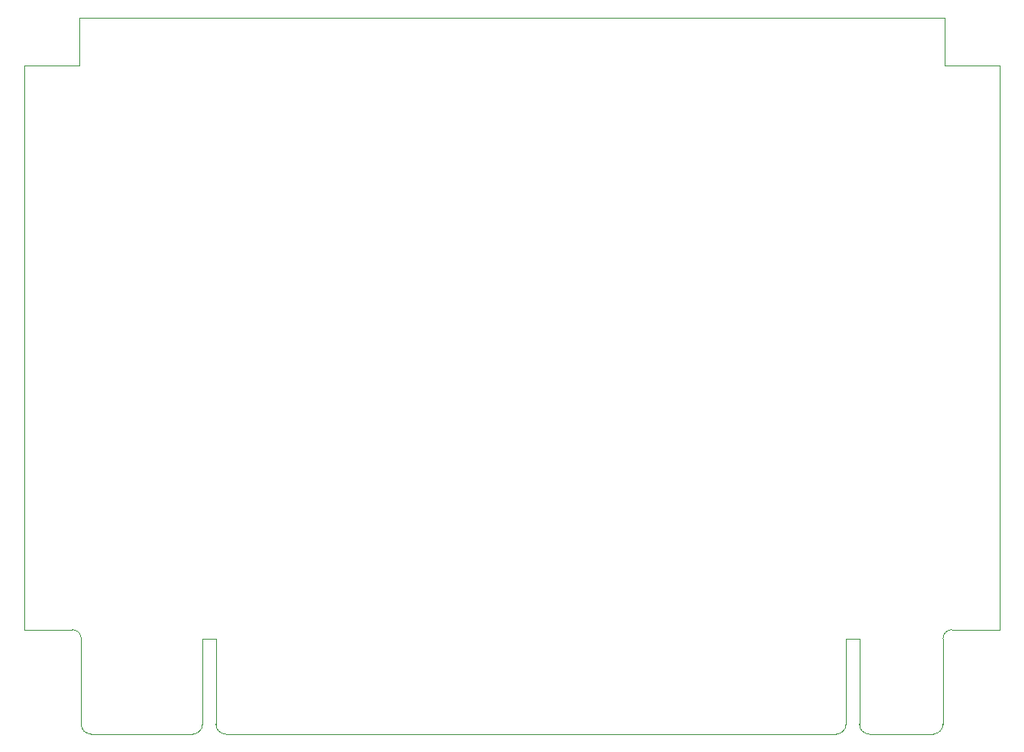
<source format=gbr>
%TF.GenerationSoftware,KiCad,Pcbnew,(5.1.10)-1*%
%TF.CreationDate,2022-08-27T20:58:22-04:00*%
%TF.ProjectId,VIC20HyperExpanderSMDRev3,56494332-3048-4797-9065-72457870616e,3*%
%TF.SameCoordinates,Original*%
%TF.FileFunction,Profile,NP*%
%FSLAX46Y46*%
G04 Gerber Fmt 4.6, Leading zero omitted, Abs format (unit mm)*
G04 Created by KiCad (PCBNEW (5.1.10)-1) date 2022-08-27 20:58:22*
%MOMM*%
%LPD*%
G01*
G04 APERTURE LIST*
%TA.AperFunction,Profile*%
%ADD10C,0.025400*%
%TD*%
G04 APERTURE END LIST*
D10*
%TO.C,X1*%
X86414000Y-112875610D02*
X86414000Y-53799600D01*
X188414000Y-112875980D02*
X188414000Y-53799600D01*
X86414000Y-53799600D02*
X92164000Y-53799600D01*
X188414000Y-53799600D02*
X182664000Y-53799600D01*
X92164000Y-53799600D02*
X92164000Y-48799600D01*
X92164000Y-48799600D02*
X182664000Y-48799600D01*
X182664000Y-48799600D02*
X182664000Y-53799600D01*
X182480250Y-113809730D02*
X182480250Y-122783600D01*
X173736000Y-113807470D02*
X172339000Y-113807350D01*
X173736000Y-113807720D02*
X173736000Y-122783970D01*
X171323000Y-123800090D02*
X107442000Y-123799970D01*
X91414000Y-112875610D02*
X86414000Y-112875610D01*
X183414000Y-112875980D02*
X188414000Y-112875980D01*
X92345620Y-113807230D02*
X92345620Y-122783480D01*
X172339000Y-113807350D02*
X172339000Y-122783600D01*
X106426000Y-113807720D02*
X106426000Y-122783970D01*
X106426000Y-113807470D02*
X105029000Y-113807350D01*
X104013000Y-123799600D02*
X93361620Y-123799480D01*
X105029000Y-113807350D02*
X105029000Y-122783600D01*
X181464000Y-123800090D02*
X174752000Y-123799970D01*
X171323000Y-123799600D02*
G75*
G03*
X172339000Y-122783600I0J1016000D01*
G01*
X183414000Y-112875980D02*
G75*
G03*
X182480250Y-113809730I0J-933750D01*
G01*
X181464000Y-123800090D02*
G75*
G03*
X182480000Y-122784090I0J1016000D01*
G01*
X107442000Y-123799970D02*
G75*
G02*
X106426000Y-122783970I0J1016000D01*
G01*
X174752000Y-123799970D02*
G75*
G02*
X173736000Y-122783970I0J1016000D01*
G01*
X91414000Y-112875610D02*
G75*
G02*
X92345620Y-113807230I0J-931620D01*
G01*
X93361620Y-123799480D02*
G75*
G02*
X92345620Y-122783480I0J1016000D01*
G01*
X104013000Y-123799600D02*
G75*
G03*
X105029000Y-122783600I0J1016000D01*
G01*
%TD*%
M02*

</source>
